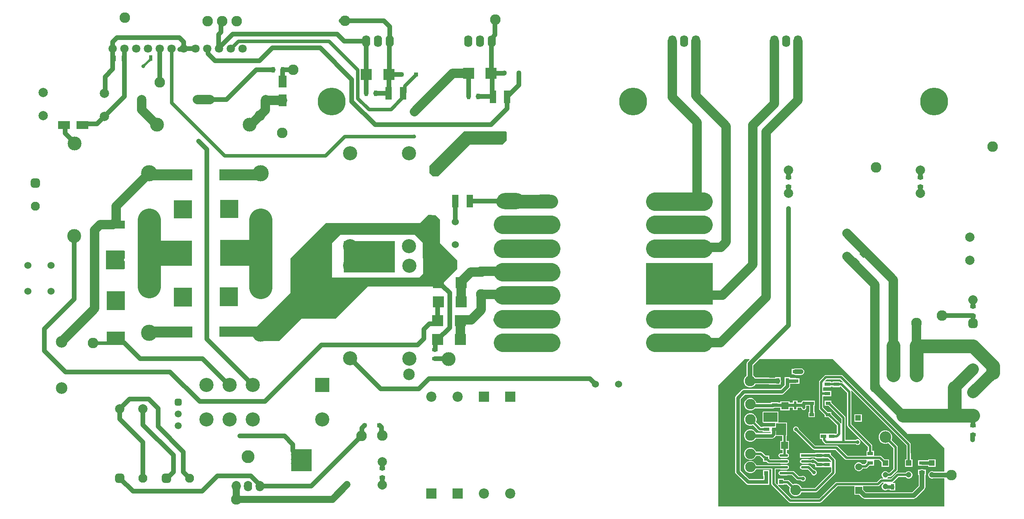
<source format=gbr>
%TF.GenerationSoftware,Altium Limited,Altium Designer,24.3.1 (35)*%
G04 Layer_Physical_Order=2*
G04 Layer_Color=16711680*
%FSLAX43Y43*%
%MOMM*%
%TF.SameCoordinates,76E1361F-AA3B-45A8-A24B-41510BF92E79*%
%TF.FilePolarity,Positive*%
%TF.FileFunction,Copper,L2,Bot,Signal*%
%TF.Part,Single*%
G01*
G75*
%TA.AperFunction,Conductor*%
%ADD15C,4.000*%
%ADD16C,3.000*%
%ADD17C,5.000*%
%ADD18C,0.800*%
%ADD19C,2.000*%
%ADD20C,2.500*%
%ADD21C,1.000*%
%ADD22C,0.500*%
%ADD24C,1.500*%
%TA.AperFunction,NonConductor*%
%ADD25C,4.000*%
%TA.AperFunction,ComponentPad*%
%ADD28C,3.048*%
%ADD29C,2.000*%
%ADD30C,2.500*%
%ADD31R,3.048X3.048*%
%ADD32C,1.524*%
%ADD33C,3.000*%
%ADD34C,2.286*%
%ADD35C,3.500*%
%ADD36O,1.750X2.540*%
%ADD37C,2.200*%
%ADD38R,2.200X2.200*%
%ADD39O,5.000X3.000*%
%ADD40C,6.000*%
%ADD41C,1.950*%
G04:AMPARAMS|DCode=42|XSize=1.95mm|YSize=1.95mm|CornerRadius=0.488mm|HoleSize=0mm|Usage=FLASHONLY|Rotation=0.000|XOffset=0mm|YOffset=0mm|HoleType=Round|Shape=RoundedRectangle|*
%AMROUNDEDRECTD42*
21,1,1.950,0.975,0,0,0.0*
21,1,0.975,1.950,0,0,0.0*
1,1,0.975,0.488,-0.488*
1,1,0.975,-0.488,-0.488*
1,1,0.975,-0.488,0.488*
1,1,0.975,0.488,0.488*
%
%ADD42ROUNDEDRECTD42*%
%ADD43O,6.000X3.500*%
G04:AMPARAMS|DCode=44|XSize=1.95mm|YSize=1.95mm|CornerRadius=0.488mm|HoleSize=0mm|Usage=FLASHONLY|Rotation=90.000|XOffset=0mm|YOffset=0mm|HoleType=Round|Shape=RoundedRectangle|*
%AMROUNDEDRECTD44*
21,1,1.950,0.975,0,0,90.0*
21,1,0.975,1.950,0,0,90.0*
1,1,0.975,0.488,0.488*
1,1,0.975,0.488,-0.488*
1,1,0.975,-0.488,-0.488*
1,1,0.975,-0.488,0.488*
%
%ADD44ROUNDEDRECTD44*%
%ADD45O,1.778X2.286*%
%ADD46C,2.794*%
%ADD47C,1.800*%
%ADD48C,1.500*%
G04:AMPARAMS|DCode=49|XSize=1.5mm|YSize=1.5mm|CornerRadius=0.375mm|HoleSize=0mm|Usage=FLASHONLY|Rotation=90.000|XOffset=0mm|YOffset=0mm|HoleType=Round|Shape=RoundedRectangle|*
%AMROUNDEDRECTD49*
21,1,1.500,0.750,0,0,90.0*
21,1,0.750,1.500,0,0,90.0*
1,1,0.750,0.375,0.375*
1,1,0.750,0.375,-0.375*
1,1,0.750,-0.375,-0.375*
1,1,0.750,-0.375,0.375*
%
%ADD49ROUNDEDRECTD49*%
%ADD50R,1.500X1.500*%
%ADD51R,1.200X1.200*%
%ADD52C,1.200*%
%ADD53C,1.250*%
%ADD54R,1.250X1.250*%
%TA.AperFunction,ViaPad*%
%ADD55C,0.800*%
%TA.AperFunction,SMDPad,CuDef*%
%ADD56R,1.450X1.800*%
%ADD57R,1.250X0.800*%
%ADD58R,0.800X1.250*%
%ADD59R,2.200X2.500*%
G04:AMPARAMS|DCode=60|XSize=0.8mm|YSize=1.25mm|CornerRadius=0mm|HoleSize=0mm|Usage=FLASHONLY|Rotation=225.000|XOffset=0mm|YOffset=0mm|HoleType=Round|Shape=Rectangle|*
%AMROTATEDRECTD60*
4,1,4,-0.159,0.725,0.725,-0.159,0.159,-0.725,-0.725,0.159,-0.159,0.725,0.0*
%
%ADD60ROTATEDRECTD60*%

%ADD61R,1.405X2.806*%
%ADD62R,2.400X2.400*%
%ADD63R,0.900X0.950*%
%ADD64R,2.500X1.700*%
%ADD65R,1.700X2.500*%
%ADD66R,0.950X0.900*%
%ADD67R,0.627X1.659*%
G04:AMPARAMS|DCode=68|XSize=1.659mm|YSize=0.627mm|CornerRadius=0.313mm|HoleSize=0mm|Usage=FLASHONLY|Rotation=270.000|XOffset=0mm|YOffset=0mm|HoleType=Round|Shape=RoundedRectangle|*
%AMROUNDEDRECTD68*
21,1,1.659,0.000,0,0,270.0*
21,1,1.032,0.627,0,0,270.0*
1,1,0.627,0.000,-0.516*
1,1,0.627,0.000,0.516*
1,1,0.627,0.000,0.516*
1,1,0.627,0.000,-0.516*
%
%ADD68ROUNDEDRECTD68*%
%ADD69R,1.556X1.505*%
G04:AMPARAMS|DCode=70|XSize=1.874mm|YSize=0.543mm|CornerRadius=0.272mm|HoleSize=0mm|Usage=FLASHONLY|Rotation=180.000|XOffset=0mm|YOffset=0mm|HoleType=Round|Shape=RoundedRectangle|*
%AMROUNDEDRECTD70*
21,1,1.874,0.000,0,0,180.0*
21,1,1.331,0.543,0,0,180.0*
1,1,0.543,-0.665,0.000*
1,1,0.543,0.665,0.000*
1,1,0.543,0.665,0.000*
1,1,0.543,-0.665,0.000*
%
%ADD70ROUNDEDRECTD70*%
%ADD71R,1.874X0.543*%
%ADD72R,1.000X0.700*%
%ADD73R,1.505X1.556*%
%TA.AperFunction,Conductor*%
%ADD74C,0.700*%
%ADD75R,4.429X4.804*%
%ADD76R,3.900X1.800*%
%ADD77R,3.950X4.175*%
%ADD78R,3.860X4.025*%
%ADD79R,3.950X2.950*%
%ADD80R,14.443X8.950*%
%ADD81R,3.944X4.024*%
%ADD82R,3.881X4.024*%
%ADD83R,11.280X5.551*%
%ADD84R,3.886X3.999*%
%ADD85R,9.657X2.444*%
%ADD86R,9.657X2.251*%
%ADD87R,3.861X3.974*%
%ADD88R,9.657X2.351*%
%ADD89R,11.752X5.501*%
%ADD90R,9.657X2.425*%
%ADD91R,11.125X6.733*%
%ADD92R,3.014X2.025*%
G36*
X107725Y81200D02*
Y79450D01*
X106800Y78525D01*
X99850Y78525D01*
X92975Y71650D01*
X91800D01*
X91050Y72400D01*
Y73975D01*
X98500Y81425D01*
X107500D01*
X107725Y81200D01*
D02*
G37*
G36*
X92400Y63300D02*
X93325Y62375D01*
Y57275D01*
X97050Y53550D01*
Y51675D01*
X96982Y51607D01*
Y51607D01*
X93250Y47875D01*
X77825D01*
X70850Y40900D01*
X63475D01*
X58675Y36100D01*
X54200Y36100D01*
X53211Y37089D01*
X53161Y38551D01*
X53674Y39063D01*
X61125Y46515D01*
Y53925D01*
X68750Y61550D01*
X89050Y61550D01*
X90800Y63325D01*
X92400Y63300D01*
D02*
G37*
G36*
X194225Y16050D02*
X199075D01*
X202125Y13000D01*
Y7894D01*
X199880D01*
X199790Y7945D01*
X199587Y8000D01*
X199376D01*
X199173Y7945D01*
X198990Y7840D01*
X198842Y7691D01*
X198736Y7509D01*
X198682Y7305D01*
Y7095D01*
X198736Y6891D01*
X198842Y6709D01*
X198990Y6560D01*
X199173Y6455D01*
X199376Y6400D01*
X199587D01*
X199790Y6455D01*
X199837Y6481D01*
X202125D01*
Y333D01*
X153400Y333D01*
Y26496D01*
X159095Y32200D01*
X160111D01*
X160159Y32083D01*
X159726Y31649D01*
X159614Y31503D01*
X159543Y31333D01*
X159519Y31150D01*
Y28603D01*
X159425Y28549D01*
X159175Y28299D01*
X158999Y27992D01*
X158907Y27651D01*
Y27297D01*
X158999Y26956D01*
X159175Y26649D01*
X159425Y26399D01*
X159732Y26223D01*
X160073Y26131D01*
X160427D01*
X160768Y26223D01*
X161075Y26399D01*
X161325Y26649D01*
X161408Y26794D01*
X164191D01*
X164254Y26768D01*
X164437Y26744D01*
X165687D01*
Y26675D01*
X166887D01*
Y27190D01*
X166919Y27267D01*
X166943Y27450D01*
X166919Y27633D01*
X166887Y27710D01*
Y28325D01*
X165687D01*
Y28156D01*
X164557D01*
X164494Y28182D01*
X164312Y28206D01*
X161378D01*
X161325Y28299D01*
X161075Y28549D01*
X160931Y28632D01*
Y30858D01*
X162273Y32200D01*
X178075Y32200D01*
X194225Y16050D01*
D02*
G37*
%LPC*%
G36*
X87925Y59075D02*
X71850D01*
X70050Y57275D01*
X70050Y49800D01*
X88900D01*
X89690Y50590D01*
X89672Y57328D01*
X87925Y59075D01*
D02*
G37*
G36*
X171216Y30181D02*
X170062D01*
X169879Y30157D01*
X169709Y30086D01*
X169693Y30074D01*
X169236D01*
Y28874D01*
X169694D01*
X169709Y28863D01*
X169879Y28793D01*
X170062Y28769D01*
X171216D01*
X171399Y28793D01*
X171569Y28863D01*
X171715Y28975D01*
X171827Y29122D01*
X171898Y29292D01*
X171922Y29475D01*
X171898Y29657D01*
X171827Y29828D01*
X171715Y29974D01*
X171569Y30086D01*
X171399Y30157D01*
X171216Y30181D01*
D02*
G37*
G36*
X168887Y28325D02*
X167687D01*
Y27559D01*
X167675Y27500D01*
Y26590D01*
X166846Y25761D01*
X158924D01*
X158690Y25714D01*
X158492Y25582D01*
X157192Y24283D01*
X157060Y24084D01*
X157013Y23850D01*
Y7850D01*
X157060Y7616D01*
X157192Y7417D01*
X159367Y5242D01*
X159566Y5110D01*
X159800Y5063D01*
X163101D01*
Y5046D01*
X164401D01*
Y6396D01*
X164361D01*
Y6915D01*
X164422D01*
Y8215D01*
X163072D01*
Y6915D01*
X163138D01*
Y6396D01*
X163101D01*
Y6287D01*
X160053D01*
X158237Y8103D01*
Y23597D01*
X159178Y24537D01*
X167099D01*
X167333Y24584D01*
X167532Y24717D01*
X168719Y25904D01*
X168852Y26103D01*
X168899Y26337D01*
Y26888D01*
X169236D01*
Y26874D01*
X170886D01*
Y28074D01*
X170250D01*
X170061Y28112D01*
X168887D01*
Y28325D01*
D02*
G37*
G36*
X160484Y23794D02*
X160131D01*
X159789Y23702D01*
X159483Y23525D01*
X159233Y23275D01*
X159056Y22969D01*
X158964Y22627D01*
Y22274D01*
X159056Y21932D01*
X159233Y21626D01*
X159483Y21376D01*
X159789Y21199D01*
X160131Y21108D01*
X160484D01*
X160826Y21199D01*
X161132Y21376D01*
X161335Y21579D01*
X165190D01*
X165405Y21622D01*
X165486Y21676D01*
X166376D01*
Y21691D01*
X166804D01*
Y21149D01*
X168761D01*
Y21691D01*
X169509D01*
Y21198D01*
X170536D01*
Y21691D01*
X171333D01*
X171369Y21511D01*
X171482Y21341D01*
X171652Y21228D01*
X171852Y21188D01*
X172053Y21228D01*
X172223Y21341D01*
X172336Y21511D01*
X172376Y21711D01*
Y22040D01*
X172391Y22115D01*
X173001D01*
Y20776D01*
X172862D01*
Y19676D01*
X173508D01*
X173562Y19665D01*
X173616Y19676D01*
X174262D01*
Y20776D01*
X174123D01*
Y22126D01*
X174262D01*
Y23226D01*
X173616D01*
X173562Y23236D01*
X172005D01*
X171852Y23267D01*
X171652Y23227D01*
X171482Y23113D01*
X171369Y22944D01*
X171358Y22889D01*
X171334Y22854D01*
X171326Y22812D01*
X170536D01*
Y23257D01*
X169509D01*
Y22812D01*
X168761D01*
Y23054D01*
X166804D01*
Y22812D01*
X166376D01*
Y22876D01*
X164726D01*
Y22701D01*
X161631D01*
X161559Y22969D01*
X161382Y23275D01*
X161132Y23525D01*
X160826Y23702D01*
X160484Y23794D01*
D02*
G37*
G36*
X184400Y20300D02*
X182750D01*
Y18650D01*
X184400D01*
Y20300D01*
D02*
G37*
G36*
X166176Y20880D02*
X163163D01*
X163085Y20864D01*
X163018Y20820D01*
X162974Y20754D01*
X162959Y20676D01*
Y18651D01*
X162963Y18631D01*
Y18451D01*
X163143D01*
X163163Y18447D01*
X165637D01*
Y17774D01*
X165551Y17662D01*
X165326D01*
X165267Y17651D01*
X164740D01*
X164726Y17651D01*
X164613Y17651D01*
X164599Y17651D01*
X162963D01*
Y17550D01*
X162582D01*
X161528Y18604D01*
X161559Y18657D01*
X161650Y18999D01*
Y19353D01*
X161559Y19694D01*
X161382Y20000D01*
X161132Y20250D01*
X160826Y20427D01*
X160484Y20519D01*
X160131D01*
X159789Y20427D01*
X159483Y20250D01*
X159233Y20000D01*
X159056Y19694D01*
X158964Y19353D01*
Y18999D01*
X159056Y18657D01*
X159233Y18351D01*
X159483Y18101D01*
X159789Y17924D01*
X160131Y17833D01*
X160484D01*
X160826Y17924D01*
X160879Y17955D01*
X162068Y16767D01*
X162217Y16667D01*
X162392Y16632D01*
X162963D01*
Y16451D01*
X164588D01*
X164613Y16451D01*
X164715Y16390D01*
Y16262D01*
X161527D01*
X161382Y16513D01*
X161132Y16763D01*
X160826Y16940D01*
X160484Y17031D01*
X160131D01*
X159789Y16940D01*
X159483Y16763D01*
X159233Y16513D01*
X159056Y16207D01*
X158964Y15865D01*
Y15512D01*
X159056Y15170D01*
X159233Y14864D01*
X159483Y14614D01*
X159789Y14437D01*
X160131Y14345D01*
X160484D01*
X160826Y14437D01*
X161132Y14614D01*
X161382Y14864D01*
X161483Y15039D01*
X164976D01*
X165211Y15085D01*
X165409Y15218D01*
X165759Y15568D01*
X165781Y15601D01*
X167229D01*
Y14554D01*
X166759D01*
Y12598D01*
X167253D01*
Y11862D01*
X166856D01*
X166672Y11825D01*
X166516Y11721D01*
X166412Y11565D01*
X166375Y11381D01*
X166412Y11197D01*
X166516Y11041D01*
X166672Y10936D01*
X166856Y10900D01*
X168187D01*
X168371Y10936D01*
X168527Y11041D01*
X168631Y11197D01*
X168668Y11381D01*
X168631Y11565D01*
X168527Y11721D01*
X168371Y11825D01*
X168187Y11862D01*
X168170D01*
Y12598D01*
X168664D01*
Y14554D01*
X168146D01*
Y15601D01*
X168237D01*
Y18501D01*
X166376D01*
Y18632D01*
X166380Y18651D01*
Y20676D01*
X166376Y20695D01*
Y20876D01*
X166196D01*
X166176Y20880D01*
D02*
G37*
G36*
X160484Y13092D02*
X160131D01*
X159789Y13001D01*
X159483Y12824D01*
X159233Y12574D01*
X159056Y12268D01*
X158964Y11926D01*
Y11572D01*
X159056Y11231D01*
X159233Y10925D01*
X159483Y10674D01*
X159789Y10498D01*
X160131Y10406D01*
X160484D01*
X160826Y10498D01*
X161132Y10674D01*
X161382Y10925D01*
X161559Y11231D01*
X161575Y11290D01*
X162386D01*
X163072Y10604D01*
Y10065D01*
X163773D01*
X164052Y9786D01*
X164201Y9687D01*
X164377Y9652D01*
X166745D01*
X166856Y9630D01*
X168187D01*
X168371Y9666D01*
X168527Y9771D01*
X168631Y9927D01*
X168668Y10111D01*
X168631Y10295D01*
X168527Y10451D01*
X168371Y10555D01*
X168187Y10592D01*
X166856D01*
X166745Y10569D01*
X164567D01*
X164422Y10714D01*
Y11365D01*
X163609D01*
X162900Y12074D01*
X162751Y12173D01*
X162576Y12208D01*
X161575D01*
X161559Y12268D01*
X161382Y12574D01*
X161132Y12824D01*
X160826Y13001D01*
X160484Y13092D01*
D02*
G37*
G36*
X200282Y10540D02*
X198682D01*
Y10362D01*
X197350D01*
X197291Y10350D01*
X196525D01*
Y9150D01*
X197291D01*
X197350Y9138D01*
X198682D01*
Y8940D01*
X200282D01*
Y10540D01*
D02*
G37*
G36*
X179900Y28759D02*
X176625D01*
X176450Y28724D01*
X176301Y28625D01*
X175244Y27568D01*
X175145Y27419D01*
X175110Y27243D01*
Y24739D01*
Y21569D01*
X175145Y21394D01*
X175244Y21245D01*
X176362Y20127D01*
Y19676D01*
X177118D01*
X177162Y19667D01*
X177192D01*
X178974Y17886D01*
Y16216D01*
X178784Y16026D01*
X178657Y16079D01*
Y16127D01*
X177056D01*
X177007Y16127D01*
X176881Y16126D01*
X175280D01*
Y14926D01*
X175776D01*
Y14744D01*
X175811Y14569D01*
X175910Y14420D01*
X176379Y13951D01*
X176528Y13852D01*
X176703Y13817D01*
X183110D01*
X183135Y13791D01*
X183356Y13700D01*
X183594D01*
X183815Y13791D01*
X183984Y13960D01*
X184075Y14181D01*
Y14419D01*
X183984Y14640D01*
X183815Y14809D01*
X183594Y14900D01*
X183356D01*
X183135Y14809D01*
X183061Y14734D01*
X180866D01*
Y15501D01*
Y19528D01*
X180831Y19704D01*
X180732Y19853D01*
X179035Y21550D01*
X177762Y22823D01*
Y23226D01*
X176362D01*
Y22126D01*
X177118D01*
X177162Y22117D01*
X177170D01*
X178386Y20901D01*
X179949Y19338D01*
Y18342D01*
X179822Y18303D01*
X179757Y18400D01*
X177762Y20395D01*
Y20776D01*
X177011D01*
X176027Y21759D01*
Y24047D01*
X176087Y24149D01*
X177737D01*
Y25349D01*
X176087D01*
X176027Y25451D01*
Y26047D01*
X176087Y26149D01*
X177737D01*
Y26290D01*
X178019D01*
Y26149D01*
X179669D01*
Y26290D01*
X179811D01*
X181191Y24910D01*
Y17925D01*
X181226Y17749D01*
X181326Y17601D01*
X185691Y13235D01*
Y12400D01*
X185375D01*
Y11334D01*
X181240D01*
X179199Y13374D01*
X179051Y13474D01*
X178875Y13509D01*
X174290D01*
X170725Y17074D01*
Y17144D01*
X170634Y17365D01*
X170465Y17534D01*
X170244Y17625D01*
X170006D01*
X169785Y17534D01*
X169616Y17365D01*
X169525Y17144D01*
Y16906D01*
X169616Y16685D01*
X169785Y16516D01*
X170006Y16425D01*
X170076D01*
X173776Y12726D01*
X173924Y12626D01*
X174100Y12591D01*
X178685D01*
X180726Y10551D01*
X180874Y10451D01*
X181050Y10416D01*
X185255D01*
X185375Y10400D01*
X185375Y10289D01*
Y9849D01*
X185010Y9484D01*
X184498D01*
X184460Y9548D01*
X184283Y9725D01*
X184067Y9850D01*
X183825Y9915D01*
X183575D01*
X183333Y9850D01*
X183117Y9725D01*
X182940Y9548D01*
X182815Y9332D01*
X182750Y9090D01*
Y8840D01*
X182815Y8598D01*
X182940Y8382D01*
X183117Y8205D01*
X183333Y8080D01*
X183575Y8015D01*
X183825D01*
X184067Y8080D01*
X184283Y8205D01*
X184460Y8382D01*
X184567Y8566D01*
X185200D01*
X185376Y8601D01*
X185524Y8700D01*
X186024Y9200D01*
X187025D01*
X187025Y10400D01*
X187145Y10416D01*
X188102D01*
X188627Y9891D01*
Y8940D01*
X190227D01*
Y10540D01*
X189276D01*
X188616Y11199D01*
X188467Y11299D01*
X188292Y11334D01*
X187025D01*
Y12400D01*
X186609D01*
Y13425D01*
X186574Y13601D01*
X186474Y13749D01*
X182109Y18115D01*
Y25100D01*
X182074Y25276D01*
X182029Y25342D01*
X182128Y25423D01*
X193995Y13556D01*
Y11900D01*
X194008Y11837D01*
Y10540D01*
X193667D01*
Y8940D01*
X195267D01*
Y10540D01*
X194926D01*
Y11887D01*
X194913Y11950D01*
Y13746D01*
X194878Y13921D01*
X194779Y14070D01*
X180224Y28625D01*
X180075Y28724D01*
X179900Y28759D01*
D02*
G37*
G36*
X189630Y16800D02*
X189248D01*
X188879Y16701D01*
X188549Y16510D01*
X188279Y16240D01*
X188088Y15910D01*
X187989Y15541D01*
Y15159D01*
X188088Y14790D01*
X188279Y14460D01*
X188549Y14190D01*
X188879Y13999D01*
X189248Y13900D01*
X189630D01*
X189999Y13999D01*
X190089Y14051D01*
X191191Y12949D01*
Y8529D01*
X190321Y7659D01*
X190086D01*
X190067Y7691D01*
X189918Y7840D01*
X189735Y7945D01*
X189532Y8000D01*
X189321D01*
X189118Y7945D01*
X188935Y7840D01*
X188787Y7691D01*
X188681Y7509D01*
X188627Y7305D01*
Y7095D01*
X188681Y6891D01*
X188787Y6709D01*
X188935Y6560D01*
X188966Y6542D01*
X188932Y6415D01*
X188581D01*
X188406Y6380D01*
X188257Y6281D01*
X187635Y5659D01*
X178925D01*
X178749Y5624D01*
X178601Y5524D01*
X175160Y2084D01*
X169111D01*
X166276Y4919D01*
X166329Y5046D01*
X166340Y5046D01*
X166340Y5046D01*
X166346Y5046D01*
X167551D01*
Y5151D01*
X168171D01*
X168855Y4467D01*
X168842Y4444D01*
X168750Y4102D01*
Y3749D01*
X168842Y3407D01*
X169019Y3101D01*
X169269Y2851D01*
X169575Y2674D01*
X169917Y2583D01*
X170270D01*
X170612Y2674D01*
X170918Y2851D01*
X171168Y3101D01*
X171345Y3407D01*
X171351Y3429D01*
X174432D01*
X174607Y3464D01*
X174756Y3563D01*
X178543Y7350D01*
X178642Y7499D01*
X178677Y7674D01*
Y10340D01*
X178642Y10515D01*
X178543Y10664D01*
X177684Y11523D01*
Y12008D01*
X176034D01*
Y12008D01*
X175935D01*
Y12008D01*
X174285D01*
Y11853D01*
X172167D01*
X172164Y11852D01*
X171016D01*
Y10909D01*
X173291D01*
Y10935D01*
X174285D01*
Y10808D01*
X175935D01*
Y10808D01*
X176034D01*
Y10808D01*
X176965D01*
X177009Y10799D01*
X177110D01*
X177760Y10150D01*
Y10104D01*
X177684Y10008D01*
X177633Y10008D01*
X176034D01*
Y10008D01*
X175935D01*
Y10008D01*
X174933D01*
X174573Y10368D01*
X174425Y10467D01*
X174249Y10502D01*
X174205D01*
X174097Y10609D01*
X173877Y10701D01*
X173638D01*
X173418Y10609D01*
X173373Y10564D01*
X172955D01*
X172819Y10592D01*
X171488D01*
X171304Y10555D01*
X171148Y10451D01*
X171044Y10295D01*
X171007Y10111D01*
X171044Y9927D01*
X171148Y9771D01*
X171304Y9666D01*
X171488Y9630D01*
X172819D01*
X172905Y9647D01*
X173363D01*
X173418Y9592D01*
X173638Y9501D01*
X173877D01*
X174065Y9579D01*
X174285Y9359D01*
Y8808D01*
X175935D01*
Y8808D01*
X176034D01*
Y8808D01*
X177633D01*
X177684Y8808D01*
X177760Y8712D01*
Y7864D01*
X174242Y4346D01*
X171371D01*
X171345Y4444D01*
X171168Y4750D01*
X170918Y5000D01*
X170612Y5177D01*
X170270Y5269D01*
X169917D01*
X169575Y5177D01*
X169491Y5129D01*
X168685Y5935D01*
X168537Y6034D01*
X168361Y6069D01*
X167551D01*
Y6396D01*
X166251D01*
X166251Y5141D01*
Y5135D01*
D01*
X166251Y5123D01*
X166230Y5115D01*
X166124Y5071D01*
X165761Y5434D01*
Y8382D01*
X166745D01*
X166856Y8360D01*
X168187D01*
X168371Y8396D01*
X168527Y8501D01*
X168631Y8657D01*
X168668Y8841D01*
X168631Y9025D01*
X168527Y9181D01*
X168371Y9285D01*
X168187Y9322D01*
X166856D01*
X166745Y9300D01*
X161586D01*
X161559Y9402D01*
X161382Y9708D01*
X161132Y9958D01*
X160826Y10135D01*
X160484Y10227D01*
X160131D01*
X159789Y10135D01*
X159483Y9958D01*
X159233Y9708D01*
X159056Y9402D01*
X158964Y9060D01*
Y8707D01*
X159056Y8365D01*
X159233Y8059D01*
X159483Y7809D01*
X159789Y7632D01*
X160131Y7541D01*
X160484D01*
X160826Y7632D01*
X161132Y7809D01*
X161382Y8059D01*
X161559Y8365D01*
X161563Y8382D01*
X164843D01*
Y5244D01*
X164878Y5069D01*
X164978Y4920D01*
X168597Y1301D01*
X168746Y1201D01*
X168921Y1166D01*
X175350D01*
X175526Y1201D01*
X175674Y1301D01*
X179115Y4741D01*
X182750D01*
Y2935D01*
X183742D01*
X184451Y2226D01*
X184597Y2114D01*
X184767Y2043D01*
X184950Y2019D01*
X195525D01*
X195708Y2043D01*
X195878Y2114D01*
X196024Y2226D01*
X197849Y4051D01*
X197962Y4197D01*
X198032Y4367D01*
X198056Y4550D01*
Y7150D01*
X198175D01*
Y8350D01*
X197718D01*
X197703Y8361D01*
X197533Y8432D01*
X197350Y8456D01*
X197167Y8432D01*
X196997Y8361D01*
X196982Y8350D01*
X196525D01*
Y7150D01*
X196644D01*
Y4843D01*
X195233Y3431D01*
X185242D01*
X184650Y4023D01*
Y4741D01*
X187825D01*
X188001Y4776D01*
X188149Y4876D01*
X188771Y5497D01*
X189023D01*
X189057Y5370D01*
X188935Y5300D01*
X188787Y5151D01*
X188681Y4969D01*
X188627Y4765D01*
Y4555D01*
X188681Y4351D01*
X188787Y4169D01*
X188935Y4020D01*
X189118Y3915D01*
X189321Y3860D01*
X189532D01*
X189735Y3915D01*
X189918Y4020D01*
X189934Y4036D01*
X190392D01*
Y3810D01*
X191592D01*
Y4576D01*
X191603Y4635D01*
Y4648D01*
X191592Y4707D01*
Y5460D01*
X191102D01*
X191064Y5587D01*
X191131Y5632D01*
X192240Y6741D01*
X193808D01*
X193827Y6709D01*
X193975Y6560D01*
X194158Y6455D01*
X194361Y6400D01*
X194572D01*
X194775Y6455D01*
X194958Y6560D01*
X195107Y6709D01*
X195212Y6891D01*
X195267Y7095D01*
Y7305D01*
X195212Y7509D01*
X195107Y7691D01*
X194958Y7840D01*
X194775Y7945D01*
X194572Y8000D01*
X194361D01*
X194158Y7945D01*
X193975Y7840D01*
X193827Y7691D01*
X193808Y7659D01*
X192050D01*
X191874Y7624D01*
X191726Y7524D01*
X190616Y6415D01*
X189921D01*
X189887Y6542D01*
X189918Y6560D01*
X190067Y6709D01*
X190086Y6741D01*
X190511D01*
X190686Y6776D01*
X190835Y6876D01*
X191974Y8015D01*
X192074Y8164D01*
X192109Y8339D01*
Y13139D01*
X192074Y13315D01*
X191974Y13464D01*
X190738Y14700D01*
X190790Y14790D01*
X190889Y15159D01*
Y15541D01*
X190790Y15910D01*
X190599Y16240D01*
X190329Y16510D01*
X189999Y16701D01*
X189630Y16800D01*
D02*
G37*
G36*
X172819Y9322D02*
X171488D01*
X171304Y9285D01*
X171148Y9181D01*
X171044Y9025D01*
X171007Y8841D01*
X171044Y8657D01*
X171148Y8501D01*
X171304Y8396D01*
X171488Y8360D01*
X172691D01*
X173437Y7614D01*
Y7581D01*
X173529Y7360D01*
X173698Y7191D01*
X173918Y7100D01*
X174157D01*
X174377Y7191D01*
X174546Y7360D01*
X174637Y7581D01*
Y7819D01*
X174546Y8040D01*
X174377Y8209D01*
X174157Y8300D01*
X174049D01*
X173192Y9157D01*
X173161Y9177D01*
X173159Y9181D01*
X173003Y9285D01*
X172819Y9322D01*
D02*
G37*
G36*
X168187Y8052D02*
X166856D01*
X166672Y8015D01*
X166516Y7911D01*
X166412Y7755D01*
X166375Y7571D01*
X166412Y7387D01*
X166516Y7231D01*
X166672Y7126D01*
X166856Y7090D01*
X168187D01*
X168298Y7112D01*
X169279D01*
X170246Y6146D01*
X170395Y6046D01*
X170570Y6011D01*
X171204D01*
X171311Y5904D01*
X171532Y5813D01*
X171771D01*
X171991Y5904D01*
X172160Y6073D01*
X172251Y6293D01*
Y6532D01*
X172160Y6752D01*
X171991Y6921D01*
X171771Y7013D01*
X171532D01*
X171330Y6929D01*
X170760D01*
X169794Y7895D01*
X169645Y7995D01*
X169469Y8030D01*
X168298D01*
X168187Y8052D01*
D02*
G37*
%LPD*%
G36*
X180324Y27227D02*
X180243Y27129D01*
X180176Y27173D01*
X180001Y27208D01*
X179669D01*
Y27349D01*
X178019D01*
Y27208D01*
X177737D01*
Y27349D01*
X176489D01*
X176440Y27466D01*
X176815Y27841D01*
X179710D01*
X180324Y27227D01*
D02*
G37*
D15*
X148834Y40838D02*
X150197D01*
X141214D02*
X148834D01*
X139800D02*
X141214D01*
X108575Y56078D02*
X115941D01*
X106907D02*
X108575D01*
X108448Y40838D02*
X108575D01*
X115941D01*
X106907Y35758D02*
X108575D01*
X115941D01*
X139800Y66238D02*
X141214D01*
X148834D01*
X150197D01*
X150084Y61244D02*
X150197D01*
X148834D02*
X150084D01*
X141214D02*
X148834D01*
X139800D02*
X141214D01*
X148834Y35758D02*
X150197D01*
X141214D02*
X148834D01*
X139800D02*
X141214D01*
X148834Y56078D02*
X150197D01*
X141214D02*
X148834D01*
X139800D02*
X141214D01*
X115941Y35758D02*
X117304D01*
X107874Y40838D02*
X108448D01*
X107198D02*
X107874D01*
X115941D02*
X117304D01*
X106907D02*
X107198D01*
X106907Y46004D02*
X108575D01*
X115941D01*
X108575Y50998D02*
X115941D01*
X106907D02*
X108575D01*
X115941Y56078D02*
X117304D01*
X115941Y50998D02*
X117304D01*
X115941Y46004D02*
X117304D01*
D16*
X193300Y20000D02*
X204375D01*
X208350D01*
X204375D02*
Y26000D01*
X208350Y34975D02*
X212625Y30700D01*
Y29275D02*
Y30700D01*
X141214Y46004D02*
X148834D01*
X191150Y28698D02*
Y35048D01*
X196186Y35011D02*
X208314D01*
X108448Y66238D02*
X108575D01*
X115941D01*
X117304D01*
X106907D02*
X108448D01*
X196150Y28698D02*
Y35048D01*
D17*
X54700Y47725D02*
X54700Y47725D01*
X54700Y47725D02*
Y62300D01*
X30650Y47850D02*
Y62300D01*
D18*
X75575Y88550D02*
X78000Y86125D01*
X75575Y88550D02*
Y94675D01*
X69400Y100850D02*
X75575Y94675D01*
X78000Y86125D02*
X82750D01*
X49826Y100850D02*
X69400D01*
X48251Y99275D02*
X49826Y100850D01*
X158924Y25149D02*
X167099D01*
X168287Y26337D01*
Y27500D01*
X157625Y7850D02*
Y23850D01*
X158924Y25149D01*
X159800Y5675D02*
X163705D01*
X157625Y7850D02*
X159800Y5675D01*
X168287Y27500D02*
X170061D01*
X163749Y5748D02*
Y7563D01*
X163747Y7565D02*
X163749Y7563D01*
X23500Y35650D02*
X23525Y35675D01*
X18550Y35650D02*
X23500D01*
X165326Y16001D02*
Y17051D01*
X164976Y15651D02*
X165326Y16001D01*
Y17051D02*
X165551D01*
X160370Y15651D02*
X164976D01*
X192992Y4648D02*
X194454D01*
X192992Y4635D02*
Y4648D01*
X194454D02*
X194467Y4660D01*
X189439Y4648D02*
X190992D01*
Y4635D02*
Y4648D01*
X189427Y4660D02*
X189439Y4648D01*
X72775Y80325D02*
X87800D01*
X68625Y76175D02*
X72775Y80325D01*
X197350Y9750D02*
X199472D01*
X199482Y9740D01*
X46850Y76175D02*
X68625D01*
X35461Y87564D02*
X46850Y76175D01*
X35461Y87564D02*
Y99275D01*
X82750Y86125D02*
X85098Y88473D01*
Y89273D02*
X85703Y89877D01*
X85098Y88473D02*
Y89273D01*
X88175Y93626D02*
Y93651D01*
X85703Y91180D02*
X88100Y93576D01*
X85703Y89877D02*
Y91180D01*
X88125Y93576D02*
X88175Y93626D01*
X88100Y93576D02*
X88125D01*
D19*
X87850Y85650D02*
X96097Y93897D01*
X99491D01*
X148834Y46004D02*
X154304D01*
X160875Y52575D02*
Y82750D01*
X154304Y46004D02*
X160875Y52575D01*
X80925Y5050D02*
X80925Y5050D01*
X20022Y61275D02*
X22800D01*
X148540Y89085D02*
Y100900D01*
X155125Y57537D02*
Y82500D01*
X148540Y89085D02*
X155125Y82500D01*
X160875Y82750D02*
X165460Y87335D01*
X163750Y45550D02*
Y81325D01*
X170540Y88115D01*
X153925Y35725D02*
X163750Y45550D01*
X143460Y88740D02*
X148834Y83366D01*
Y66238D02*
Y83366D01*
X143460Y88740D02*
Y100900D01*
X165460Y87335D02*
Y100900D01*
X170540Y88115D02*
Y100900D01*
X153953Y56365D02*
X155125Y57537D01*
X149121Y56365D02*
X153953D01*
X18850Y60103D02*
X20022Y61275D01*
X11725Y35975D02*
X18850Y43100D01*
Y60103D01*
X22800Y61275D02*
X23550Y62025D01*
Y65200D02*
X30650Y72300D01*
X23550Y62025D02*
Y65200D01*
X187200Y26100D02*
X193300Y20000D01*
X197025Y68000D02*
X197025Y68000D01*
X197025Y73000D02*
X197025Y73000D01*
X181125Y54350D02*
X187200Y48275D01*
X196150Y35048D02*
Y40000D01*
X168550Y73000D02*
X168550Y73000D01*
X187200Y26100D02*
Y48275D01*
X191150Y35048D02*
Y49325D01*
X181125Y59350D02*
X191150Y49325D01*
X208350Y44950D02*
X208350Y44950D01*
X208350Y39950D02*
X208350Y39950D01*
X49443Y4758D02*
X49460Y4775D01*
X49425Y1925D02*
X49443Y1942D01*
X148867Y35725D02*
X153925D01*
X105928Y40678D02*
X106911D01*
X107198Y40965D01*
Y40838D02*
X107325Y40965D01*
X108575D01*
Y35758D02*
Y35885D01*
X108537Y24108D02*
X108550Y24120D01*
X102850Y24095D02*
X102863Y24108D01*
X97861Y40586D02*
X97975Y40700D01*
X100125D02*
X102275Y42850D01*
X97975Y40700D02*
X100125D01*
X102275Y42850D02*
Y46175D01*
X97775Y36419D02*
Y40500D01*
X95191Y32250D02*
X95207Y32234D01*
X29041Y86034D02*
Y88250D01*
Y86034D02*
X32200Y82875D01*
X98181Y49181D02*
X99981Y50981D01*
X98181Y48925D02*
Y49181D01*
X99981Y50981D02*
X102004D01*
X97981Y48725D02*
X98181Y48925D01*
X97981Y48270D02*
X98136Y48425D01*
X102004Y50981D02*
X102093Y51070D01*
X97936Y48270D02*
X97981D01*
X98136Y48425D02*
Y48470D01*
X102093Y51070D02*
X102132Y51032D01*
X97900Y44575D02*
Y48189D01*
X55791Y88250D02*
X55915Y88126D01*
X59391D01*
X54517Y84801D02*
X55716Y86000D01*
X102282Y46168D02*
X108878D01*
X102241Y51140D02*
X108868D01*
X102225Y51125D02*
X102241Y51140D01*
X108868D02*
X108884Y51156D01*
X41041Y88250D02*
X43791D01*
X55716Y86000D02*
Y88025D01*
X52291Y82575D02*
X54517Y84801D01*
D20*
X204375Y26000D02*
X208350Y29975D01*
Y25000D02*
X212625Y29275D01*
D21*
X74350Y87875D02*
Y92550D01*
X79375Y82850D02*
X104400D01*
X74350Y87875D02*
X79375Y82850D01*
X67500Y99400D02*
X74350Y92550D01*
X92218Y39824D02*
X92894Y40500D01*
X89875Y38650D02*
X91049Y39824D01*
X89875Y36600D02*
Y38650D01*
X91049Y39824D02*
X92218D01*
X50175Y15600D02*
X59800D01*
X61625Y12375D02*
Y13775D01*
X59800Y15600D02*
X61625Y13775D01*
X43324Y98151D02*
Y99122D01*
X44875Y96600D02*
X54437D01*
X43171Y99275D02*
X43324Y99122D01*
Y98151D02*
X44875Y96600D01*
X54437D02*
X57237Y99400D01*
X67500D01*
X104400Y82850D02*
X107876Y86326D01*
Y88875D01*
X110400Y91399D01*
X71204Y102421D02*
X72725Y100900D01*
X45711Y99461D02*
X48671Y102421D01*
X71204D01*
X12510Y80990D02*
X14650Y78850D01*
X201625Y41575D02*
X208300D01*
X201575Y41625D02*
X201625Y41575D01*
X88775Y25800D02*
X90975Y28000D01*
X125700D01*
X126900Y26800D01*
X21125Y89414D02*
Y93200D01*
X22761Y94836D02*
Y99275D01*
X43791Y88250D02*
X47307D01*
X53757Y94700D01*
X57375D01*
X45625Y102275D02*
X46150Y102800D01*
Y105003D02*
X46347Y105200D01*
X45625Y99361D02*
Y102275D01*
X46150Y102800D02*
Y105003D01*
X80925Y5050D02*
Y6600D01*
X80925Y8600D02*
Y10050D01*
X80925Y10050D02*
X80925Y10050D01*
Y8600D02*
X80925Y8600D01*
X26355Y23555D02*
X30560D01*
X32550Y17625D02*
Y21565D01*
X30560Y23555D02*
X32550Y21565D01*
Y17625D02*
X38007Y12168D01*
X24255Y36395D02*
Y36700D01*
X24925Y35725D02*
X25230D01*
X23450Y36700D02*
X24255D01*
X28639Y32316D02*
X42109D01*
X24255Y36395D02*
X24925Y35725D01*
X25230D02*
X28639Y32316D01*
X42109D02*
X47775Y26650D01*
X14450Y45175D02*
Y58825D01*
X8000Y38725D02*
X14450Y45175D01*
X8000Y34000D02*
Y38725D01*
X76494Y17294D02*
X77125Y17925D01*
X76494Y15694D02*
Y17294D01*
X160276Y27500D02*
X164312D01*
X160225Y27474D02*
Y31150D01*
X170062Y29475D02*
X171216D01*
X163250Y29450D02*
X164437D01*
X164437Y27450D02*
X166237D01*
X160225Y31150D02*
X168550Y39475D01*
Y64725D01*
X80600Y25800D02*
X88775D01*
X74000Y32400D02*
X80600Y25800D01*
X8000Y34000D02*
X12550Y29450D01*
X35150D01*
X12275Y82754D02*
X12510Y82518D01*
Y80990D02*
Y82518D01*
X184040Y3635D02*
X184950Y2725D01*
X195525D02*
X197350Y4550D01*
X184950Y2725D02*
X195525D01*
X203705Y7188D02*
X203837D01*
X199494D02*
X203705D01*
X197025Y68000D02*
Y69425D01*
Y71425D02*
Y73000D01*
X183790Y3795D02*
X183950Y3635D01*
X184040D01*
X197350Y4550D02*
Y7750D01*
X208300Y41575D02*
X208350Y41525D01*
X168550Y68000D02*
Y69425D01*
X168550Y69425D01*
X168550Y68000D02*
X168550Y68000D01*
X168550Y71425D02*
Y73000D01*
X208275Y14775D02*
Y15786D01*
X208314Y15825D01*
X208350Y17861D02*
Y20000D01*
X208350Y43525D02*
Y44950D01*
Y39950D02*
Y41525D01*
X89683Y60183D02*
X91825Y62325D01*
X89675Y60183D02*
X89683D01*
X35150Y29450D02*
X41550Y23050D01*
X55625D01*
X41300Y79275D02*
X43075Y77500D01*
Y36550D02*
Y77500D01*
Y36550D02*
X52975Y26650D01*
X55625Y23050D02*
X67825Y35250D01*
X88525D01*
X65575Y4775D02*
X76671Y15871D01*
X80776Y15874D02*
X80925Y15725D01*
X80776Y15874D02*
Y17499D01*
X80350Y17925D02*
X80776Y17499D01*
X42075Y3675D02*
X45375Y6975D01*
X24300Y6500D02*
X27125Y3675D01*
X42075D01*
X54273Y5042D02*
X54540Y4775D01*
X45375Y6975D02*
X52568D01*
X54273Y5042D02*
Y5270D01*
X52568Y6975D02*
X54273Y5270D01*
X54540Y4775D02*
X65575D01*
X24275Y19250D02*
X29300Y14225D01*
Y6500D02*
Y14225D01*
X24275Y19250D02*
Y21475D01*
X26355Y23555D01*
X34825Y6975D02*
X35002D01*
X35850Y7823D02*
Y8800D01*
X34350Y6500D02*
X34825Y6975D01*
X35002D02*
X35850Y7823D01*
Y9000D02*
Y11425D01*
X29275Y18000D02*
X35850Y11425D01*
X38007Y9025D02*
Y12168D01*
Y7843D02*
X39350Y6500D01*
X38007Y7843D02*
Y8775D01*
X29275Y18000D02*
Y21475D01*
X32898Y91973D02*
Y99252D01*
X81255Y105300D02*
X82540Y104015D01*
X72025Y105300D02*
X81255D01*
X82540Y100900D02*
Y104015D01*
X104540Y100900D02*
Y101498D01*
X105250Y102208D02*
Y105450D01*
X104540Y101498D02*
X105250Y102208D01*
X96700Y61850D02*
Y66365D01*
X96699Y66365D02*
X96700Y66365D01*
Y61850D02*
X96700Y61850D01*
X99801Y66365D02*
X108575D01*
X104470Y93995D02*
Y100830D01*
X104400Y93925D02*
X104470Y93995D01*
Y100830D02*
X104540Y100900D01*
X45625Y99361D02*
X45711Y99275D01*
Y99461D01*
X37274Y99122D02*
X37938D01*
X38091Y99275D01*
X37261Y99109D02*
X37274Y99122D01*
X110400Y91399D02*
Y94000D01*
X99547Y88953D02*
Y93897D01*
Y88953D02*
X99575Y88925D01*
X99519Y93925D02*
X99547Y93897D01*
X104587Y89062D02*
X104749Y88900D01*
X101600D02*
X104749D01*
X101575Y88925D02*
X101600Y88900D01*
X104749D02*
X104774Y88875D01*
X104587Y89062D02*
Y93738D01*
X104400Y93925D02*
X104587Y93738D01*
X104400Y93925D02*
X107175D01*
X107250Y94000D01*
X72725Y100900D02*
X77114D01*
X77114Y100900D01*
X77460D01*
X77465Y100896D01*
X82352Y93651D02*
X82445Y93745D01*
X82350Y93650D02*
X82352Y93651D01*
X82445Y93745D02*
Y100805D01*
X82540Y100900D01*
X82352Y93651D02*
X85025D01*
X82325Y89600D02*
Y93625D01*
X82299Y89575D02*
X82325Y89600D01*
Y93625D02*
X82350Y93650D01*
X79475Y89575D02*
X82299D01*
X79475Y89575D02*
X79475Y89575D01*
X82299D02*
X82299Y89575D01*
X77472Y89578D02*
Y93647D01*
X77469Y93650D02*
X77472Y93647D01*
Y89578D02*
X77475Y89575D01*
X77465Y93654D02*
Y100896D01*
Y93654D02*
X77469Y93650D01*
X92875Y36400D02*
X95450Y38975D01*
X92350Y35875D02*
X92875Y36400D01*
X38091Y99275D02*
X40631D01*
X110726Y40950D02*
X110807Y40869D01*
X25301Y88901D02*
Y99275D01*
X21125Y93200D02*
X22761Y94836D01*
X16470Y82983D02*
X19383D01*
X25301Y88901D01*
X16241Y82754D02*
X16470Y82983D01*
X88525Y35250D02*
X89875Y36600D01*
X92225Y34250D02*
X92325Y34350D01*
X92350D01*
Y35875D01*
X92225Y32250D02*
X95191D01*
X22761Y99275D02*
X22765Y99279D01*
Y100665D02*
X23717Y101617D01*
X37133D01*
X22765Y99279D02*
Y100665D01*
X38086Y99280D02*
X38091Y99275D01*
X37133Y101617D02*
X38086Y100664D01*
Y99280D02*
Y100664D01*
X93025Y48725D02*
X93725Y48025D01*
X93900D02*
X95450Y46475D01*
Y38975D02*
Y46475D01*
X93725Y48025D02*
X93900D01*
X93723Y50623D02*
X95257Y52157D01*
X93723Y49348D02*
Y50623D01*
X93100Y48725D02*
X93723Y49348D01*
X95257Y52157D02*
Y52209D01*
X92894Y40500D02*
Y44450D01*
X59375Y94700D02*
X61700D01*
X61700Y94700D01*
X59375Y94700D02*
X59375Y94700D01*
X59383Y92134D02*
X59391Y92126D01*
X59375Y94700D02*
X59383Y94692D01*
Y92134D02*
Y94692D01*
D22*
X178925Y5200D02*
X187825D01*
X168921Y1625D02*
X175350D01*
X178925Y5200D01*
X165302Y5244D02*
Y8789D01*
X165250Y8841D02*
X165302Y8789D01*
Y5244D02*
X168921Y1625D01*
X165450Y8841D02*
X167521D01*
X165250D02*
X165450D01*
X163554D02*
X165250D01*
X167012Y5610D02*
X168361D01*
X170045Y3926D01*
X166901Y5721D02*
X167012Y5610D01*
X175110Y11394D02*
X176499D01*
X163547Y10915D02*
X163747Y10715D01*
X162576Y11749D02*
X163410Y10915D01*
X163547D01*
X160307Y11749D02*
X162576D01*
X163772Y10715D02*
X164377Y10111D01*
X167521D01*
X163747Y10715D02*
X163772D01*
X170061Y29474D02*
X170062Y29475D01*
X171216D02*
X171216Y29475D01*
X164437Y29450D02*
X164437Y29450D01*
X175568Y27243D02*
X176625Y28300D01*
X179900D01*
X194454Y13746D01*
X170055Y3887D02*
X174432D01*
X178219Y7674D01*
X183361Y14300D02*
X183475D01*
X183336Y14276D02*
X183361Y14300D01*
X180407Y14276D02*
X183336D01*
X179182D02*
X180407D01*
Y15501D01*
X175568Y24739D02*
Y27243D01*
X194454Y11900D02*
Y13746D01*
X175603Y24774D02*
X177118D01*
X175568Y21569D02*
Y24739D01*
X194454Y11900D02*
X194467Y11887D01*
Y9740D02*
Y11887D01*
X186150Y11950D02*
Y13425D01*
X181650Y17925D02*
X186150Y13425D01*
X181650Y17925D02*
Y25100D01*
X186200Y11800D02*
Y11900D01*
X186150Y11950D02*
X186200Y11900D01*
X180001Y26749D02*
X181650Y25100D01*
X178844Y26749D02*
X180001D01*
X178844Y26749D02*
X178844Y26749D01*
X176912Y26749D02*
X178844D01*
X183760Y9025D02*
X185200D01*
X185975Y9800D02*
X186200D01*
X183700Y8965D02*
X183760Y9025D01*
X185200D02*
X185975Y9800D01*
X190511Y7200D02*
X191650Y8339D01*
X189439Y15350D02*
X191650Y13139D01*
Y8339D02*
Y13139D01*
X189427Y7200D02*
X190511D01*
X170125Y17025D02*
X174100Y13050D01*
X178875D01*
X181050Y10875D01*
X188292D01*
X189427Y9740D01*
X188581Y5956D02*
X190806D01*
X187825Y5200D02*
X188581Y5956D01*
X160350Y8841D02*
X163554D01*
X160307Y8884D02*
X160350Y8841D01*
X190806Y5956D02*
X192050Y7200D01*
X194467D01*
X173752Y10106D02*
X173815Y10043D01*
X174885Y9408D02*
X176859D01*
X172154Y8841D02*
X172162Y8832D01*
X172868D02*
X174000Y7700D01*
Y7700D02*
Y7700D01*
X172162Y8832D02*
X172868D01*
X165551Y17051D02*
X167687D01*
Y13600D02*
Y17051D01*
X177009Y11258D02*
X177300D01*
X178219Y7674D02*
Y10340D01*
X176859Y11408D02*
X177009Y11258D01*
X177300D02*
X178219Y10340D01*
X172167Y11394D02*
X175110D01*
X199482Y7200D02*
X199494Y7188D01*
X203693Y7200D02*
X203705Y7188D01*
X170570Y6470D02*
X171594D01*
X169469Y7571D02*
X170570Y6470D01*
X171594D02*
X171651Y6413D01*
X208314Y35011D02*
X208350Y34975D01*
X196150Y35048D02*
X196186Y35011D01*
X29350Y95425D02*
X30925Y97000D01*
X29350Y95422D02*
Y95425D01*
X30925Y97000D02*
Y97225D01*
X167521Y7571D02*
X169469D01*
X162392Y17091D02*
X162717D01*
X160307Y19176D02*
X162392Y17091D01*
X178710Y21225D02*
X180407Y19528D01*
X177360Y22576D02*
X180407Y19528D01*
X175568Y24739D02*
X175603Y24774D01*
X175568Y21569D02*
X175648Y21490D01*
X176912Y20226D01*
X160332Y19201D02*
X160383Y19151D01*
X162717Y17091D02*
X163747D01*
X163788Y17051D01*
X172154Y10111D02*
X172159Y10106D01*
X173815Y10043D02*
X174249D01*
X172159Y10106D02*
X173752D01*
X174249Y10043D02*
X174885Y9408D01*
X177062Y20226D02*
X177162Y20126D01*
X179432Y16026D02*
Y18076D01*
X177382Y20126D02*
X179432Y18076D01*
X177162Y20126D02*
X177382D01*
X176912Y20226D02*
X177062D01*
Y22676D02*
X177162Y22576D01*
X180407Y15501D02*
Y19528D01*
X177162Y22576D02*
X177360D01*
X176235Y14744D02*
X176703Y14276D01*
X179182D01*
X176235Y14744D02*
Y15526D01*
X176105D02*
X176235D01*
X175110Y11408D02*
X176512D01*
X172154Y11381D02*
X172167Y11394D01*
X178933Y15527D02*
X179432Y16026D01*
X177832Y15527D02*
X178933D01*
X167692Y11381D02*
X167712Y11401D01*
Y13576D01*
X167521Y11381D02*
X167692D01*
X165326Y17051D02*
X165551D01*
X167687Y13600D02*
X167712Y13576D01*
X165176Y16901D02*
X165326Y17051D01*
X92894Y44450D02*
X93019Y44575D01*
X97756Y36400D02*
X97775Y36419D01*
X97900Y44575D02*
X97936Y44611D01*
X32898Y99252D02*
X32921Y99275D01*
X32875Y91950D02*
X32898Y91973D01*
X102275Y46175D02*
X102282Y46168D01*
X108878D02*
X108884Y46162D01*
D24*
X70150Y1925D02*
X73325Y5100D01*
X49425Y1925D02*
X70150D01*
X49443Y1942D02*
Y4758D01*
D25*
X148834Y46004D02*
X150197D01*
X141214D02*
X148834D01*
X139800D02*
X141214D01*
X139800Y50998D02*
X150197D01*
X106907Y61244D02*
X117304D01*
D28*
X74000Y56617D02*
D03*
Y76683D02*
D03*
X67975Y19150D02*
D03*
X52975Y26650D02*
D03*
X47975D02*
D03*
X42975D02*
D03*
Y19150D02*
D03*
X47975D02*
D03*
X52975D02*
D03*
X86667Y56617D02*
D03*
Y76683D02*
D03*
X74000Y52466D02*
D03*
Y32400D02*
D03*
X86725Y32296D02*
D03*
Y52362D02*
D03*
D29*
X80925Y5050D02*
D03*
Y10050D02*
D03*
X181125Y59350D02*
D03*
Y54350D02*
D03*
X168550Y73000D02*
D03*
Y68000D02*
D03*
X24275Y21475D02*
D03*
X29275D02*
D03*
X207700Y53550D02*
D03*
Y58550D02*
D03*
X197025Y68000D02*
D03*
Y73000D02*
D03*
X20975Y89650D02*
D03*
Y84650D02*
D03*
X7775Y84775D02*
D03*
Y89775D02*
D03*
X29041Y88250D02*
D03*
X41041D02*
D03*
X43791D02*
D03*
X55791D02*
D03*
D30*
X11725Y25925D02*
D03*
Y35925D02*
D03*
X86700Y28925D02*
D03*
X189439Y15350D02*
D03*
X196150Y28698D02*
D03*
X191150D02*
D03*
Y35048D02*
D03*
X196150D02*
D03*
D31*
X67975Y26650D02*
D03*
D32*
X4475Y52474D02*
D03*
X9425D02*
D03*
X4497Y46825D02*
D03*
X9447D02*
D03*
X96700Y56900D02*
D03*
Y61850D02*
D03*
X126900Y26800D02*
D03*
X131850D02*
D03*
D33*
X14500Y78800D02*
D03*
X14450Y58825D02*
D03*
X95257Y52209D02*
D03*
X95207Y32234D02*
D03*
X32350Y82875D02*
D03*
X52325Y82825D02*
D03*
D34*
X49500Y105200D02*
D03*
X187450Y73575D02*
D03*
X76425Y15625D02*
D03*
X212550Y78076D02*
D03*
X201675Y41625D02*
D03*
X49425Y1925D02*
D03*
X72875Y105250D02*
D03*
X32875Y91950D02*
D03*
X54517Y84801D02*
D03*
X18550Y35650D02*
D03*
X61700Y94700D02*
D03*
X59291Y81025D02*
D03*
X43200Y105200D02*
D03*
X173450Y5660D02*
D03*
X80925Y15725D02*
D03*
X25350Y105950D02*
D03*
X46347Y105200D02*
D03*
X102275Y46175D02*
D03*
X102225Y51125D02*
D03*
X160307Y22451D02*
D03*
Y8884D02*
D03*
X187275Y26100D02*
D03*
X105300Y105500D02*
D03*
X170093Y3926D02*
D03*
X160307Y11749D02*
D03*
X196150Y40000D02*
D03*
X160250Y27474D02*
D03*
X160307Y19176D02*
D03*
Y15688D02*
D03*
X203705Y7188D02*
D03*
D35*
X54700Y72300D02*
D03*
Y62300D02*
D03*
X30650Y37850D02*
D03*
Y47850D02*
D03*
Y62300D02*
D03*
Y72300D02*
D03*
X54700Y47725D02*
D03*
Y37725D02*
D03*
D36*
X165460Y100900D02*
D03*
X168000D02*
D03*
X170540D02*
D03*
X143460D02*
D03*
X146000D02*
D03*
X148540D02*
D03*
X99460D02*
D03*
X102000D02*
D03*
X104540D02*
D03*
X77460D02*
D03*
X80000D02*
D03*
X82540D02*
D03*
D37*
X102850Y3155D02*
D03*
X108550Y3180D02*
D03*
X91536Y24070D02*
D03*
X97186D02*
D03*
D38*
X102850Y24095D02*
D03*
X108550Y24120D02*
D03*
X91536Y3130D02*
D03*
X97186D02*
D03*
D39*
X141214Y66238D02*
D03*
Y40838D02*
D03*
Y46004D02*
D03*
Y50998D02*
D03*
Y56078D02*
D03*
Y61244D02*
D03*
X115941Y35758D02*
D03*
Y40838D02*
D03*
Y46004D02*
D03*
Y50998D02*
D03*
Y56078D02*
D03*
Y61244D02*
D03*
Y66238D02*
D03*
X141214Y35758D02*
D03*
D40*
X200000Y87800D02*
D03*
X70000D02*
D03*
X135000D02*
D03*
D41*
X39350Y6500D02*
D03*
X208350Y44950D02*
D03*
X29300Y6500D02*
D03*
X6075Y65200D02*
D03*
X208350Y25000D02*
D03*
Y34975D02*
D03*
D42*
X34350Y6500D02*
D03*
X24300D02*
D03*
D43*
X148834Y40838D02*
D03*
Y46004D02*
D03*
Y50998D02*
D03*
Y56078D02*
D03*
Y61244D02*
D03*
Y66238D02*
D03*
Y35758D02*
D03*
X108575Y40965D02*
D03*
Y46131D02*
D03*
Y51125D02*
D03*
Y56205D02*
D03*
Y61371D02*
D03*
Y66365D02*
D03*
Y35885D02*
D03*
D44*
X208350Y39950D02*
D03*
X6075Y70200D02*
D03*
X208350Y20000D02*
D03*
Y29975D02*
D03*
D45*
X49460Y4775D02*
D03*
X52000D02*
D03*
X54540D02*
D03*
D46*
X52000Y11125D02*
D03*
D47*
X40631Y99275D02*
D03*
X50791D02*
D03*
X30381D02*
D03*
X32921D02*
D03*
X35461D02*
D03*
X38091D02*
D03*
X25301D02*
D03*
X43171D02*
D03*
X45711D02*
D03*
X48251D02*
D03*
X22761D02*
D03*
X27841D02*
D03*
D48*
X36850Y17835D02*
D03*
Y20375D02*
D03*
X183700Y8965D02*
D03*
Y6425D02*
D03*
D49*
X36850Y22915D02*
D03*
D50*
X183700Y3885D02*
D03*
D51*
X194467Y9740D02*
D03*
X199482D02*
D03*
X189427D02*
D03*
D52*
X194467Y7200D02*
D03*
Y4660D02*
D03*
X199482Y7200D02*
D03*
Y4660D02*
D03*
X189427Y7200D02*
D03*
Y4660D02*
D03*
D53*
X183575Y12375D02*
D03*
D54*
Y19475D02*
D03*
D55*
X87850Y85650D02*
D03*
X50175Y15600D02*
D03*
X171216Y29475D02*
D03*
X163250Y29450D02*
D03*
X168550Y64725D02*
D03*
X183475Y14300D02*
D03*
X170125Y17025D02*
D03*
X174037Y7700D02*
D03*
X87800Y80325D02*
D03*
X208275Y14775D02*
D03*
X171651Y6413D02*
D03*
X91825Y62325D02*
D03*
X105596Y80102D02*
D03*
X104788Y80106D02*
D03*
X104803Y80906D02*
D03*
X105588D02*
D03*
X93974Y73919D02*
D03*
X93402Y73343D02*
D03*
Y74493D02*
D03*
X92846Y73919D02*
D03*
X91725Y72775D02*
D03*
X92282Y73350D02*
D03*
Y72200D02*
D03*
X92853Y72775D02*
D03*
X107190Y80904D02*
D03*
X106405D02*
D03*
X106390Y80104D02*
D03*
X41300Y79275D02*
D03*
X73325Y5100D02*
D03*
X61650Y9650D02*
D03*
X61625Y10550D02*
D03*
Y11525D02*
D03*
Y12375D02*
D03*
X29350Y95422D02*
D03*
X107198Y80100D02*
D03*
X173757Y10101D02*
D03*
X164157Y20201D02*
D03*
D56*
X39151Y72200D02*
D03*
Y65650D02*
D03*
X36701Y72200D02*
D03*
Y65650D02*
D03*
X24675Y43800D02*
D03*
Y37250D02*
D03*
X22225Y43800D02*
D03*
Y37250D02*
D03*
X46650Y57025D02*
D03*
Y63575D02*
D03*
X49100Y57025D02*
D03*
Y63575D02*
D03*
X46656Y65775D02*
D03*
Y72325D02*
D03*
X49106Y65775D02*
D03*
Y72325D02*
D03*
X49106Y53275D02*
D03*
Y46725D02*
D03*
X46656Y53275D02*
D03*
Y46725D02*
D03*
X46650Y37975D02*
D03*
Y44525D02*
D03*
X49100Y37975D02*
D03*
Y44525D02*
D03*
X39150Y53200D02*
D03*
Y46650D02*
D03*
X36700Y53200D02*
D03*
Y46650D02*
D03*
X39150Y44425D02*
D03*
Y37875D02*
D03*
X36700Y44425D02*
D03*
Y37875D02*
D03*
X39150Y63475D02*
D03*
Y56925D02*
D03*
X36700Y63475D02*
D03*
Y56925D02*
D03*
X24675Y61250D02*
D03*
Y54700D02*
D03*
X22225Y61250D02*
D03*
Y54700D02*
D03*
X22225Y45975D02*
D03*
Y52525D02*
D03*
X24675Y45975D02*
D03*
Y52525D02*
D03*
D57*
X186200Y9800D02*
D03*
Y11800D02*
D03*
X178844Y24749D02*
D03*
Y26749D02*
D03*
X170061Y29474D02*
D03*
Y27474D02*
D03*
X168550Y69425D02*
D03*
Y71425D02*
D03*
X208350Y43525D02*
D03*
Y41525D02*
D03*
X197025Y69425D02*
D03*
Y71425D02*
D03*
X92225Y32250D02*
D03*
Y34250D02*
D03*
X80925Y8600D02*
D03*
Y6600D02*
D03*
X164437Y29450D02*
D03*
Y27450D02*
D03*
X175110Y11408D02*
D03*
Y9408D02*
D03*
X176859Y11408D02*
D03*
Y9408D02*
D03*
X177832Y15527D02*
D03*
Y17527D02*
D03*
X176105Y15526D02*
D03*
Y17526D02*
D03*
X176912Y26749D02*
D03*
Y24749D02*
D03*
X208314Y17825D02*
D03*
Y15825D02*
D03*
X165551Y19051D02*
D03*
Y17051D02*
D03*
X163788Y19051D02*
D03*
Y17051D02*
D03*
X165551Y20276D02*
D03*
Y22276D02*
D03*
X197350Y9750D02*
D03*
Y7750D02*
D03*
D58*
X192992Y4635D02*
D03*
X190992D02*
D03*
X37950Y8900D02*
D03*
X35950D02*
D03*
X30925Y97225D02*
D03*
X32925D02*
D03*
X25075Y97150D02*
D03*
X23075D02*
D03*
X57375Y94700D02*
D03*
X59375D02*
D03*
X77475Y89575D02*
D03*
X79475D02*
D03*
X99575Y88925D02*
D03*
X101575D02*
D03*
X168287Y27500D02*
D03*
X166287D02*
D03*
D59*
X173837Y17051D02*
D03*
X166937D02*
D03*
D60*
X183168Y53343D02*
D03*
X184582Y54757D02*
D03*
D61*
X96699Y66365D02*
D03*
X85401Y89575D02*
D03*
X82299D02*
D03*
X107876Y88875D02*
D03*
X104774D02*
D03*
X99801Y66365D02*
D03*
D62*
X77469Y93650D02*
D03*
X82350D02*
D03*
X93025Y48725D02*
D03*
X97906D02*
D03*
X92875Y36400D02*
D03*
X97756D02*
D03*
X97900Y44575D02*
D03*
X93019D02*
D03*
X104400Y93925D02*
D03*
X99519D02*
D03*
X92894Y40500D02*
D03*
X97775D02*
D03*
D63*
X80275Y17925D02*
D03*
X77125Y17925D02*
D03*
X163751Y5721D02*
D03*
X166901Y5721D02*
D03*
X88175Y93651D02*
D03*
X85025Y93651D02*
D03*
X110400Y94000D02*
D03*
X107250Y94000D02*
D03*
D64*
X12241Y82754D02*
D03*
X16241D02*
D03*
D65*
X59391Y92126D02*
D03*
Y88126D02*
D03*
D66*
X163747Y10715D02*
D03*
X163747Y7565D02*
D03*
D67*
X170022Y22227D02*
D03*
D68*
X171852D02*
D03*
X170937Y20274D02*
D03*
D69*
X167782Y20300D02*
D03*
Y22101D02*
D03*
D70*
X167521Y11381D02*
D03*
Y10111D02*
D03*
Y8841D02*
D03*
Y7571D02*
D03*
X172154D02*
D03*
Y8841D02*
D03*
Y10111D02*
D03*
D71*
Y11381D02*
D03*
D72*
X173562Y22676D02*
D03*
X177062D02*
D03*
Y20226D02*
D03*
X173562D02*
D03*
D73*
X169513Y13576D02*
D03*
X167712D02*
D03*
D74*
X170022Y22252D02*
X171828D01*
X167782D02*
X170022D01*
X165514Y22238D02*
X165551Y22276D01*
X165575Y22252D02*
X167782D01*
X165302D02*
X165575D01*
X165190Y22140D02*
X165302Y22252D01*
X160307Y22140D02*
X165190D01*
X160643Y22451D02*
X160681Y22488D01*
X173562Y20226D02*
Y22676D01*
X171889D02*
X173562D01*
X171852Y22227D02*
Y22639D01*
X171889Y22676D01*
X171828Y22252D02*
X171852Y22227D01*
X165551Y22276D02*
X165575Y22252D01*
D75*
X63461Y10352D02*
D03*
D76*
X22800Y61275D02*
D03*
D77*
X23425Y44862D02*
D03*
D78*
X23239Y53612D02*
D03*
D79*
X23450Y36700D02*
D03*
D80*
X145003Y48475D02*
D03*
D81*
X47853Y45637D02*
D03*
D82*
X37935Y45562D02*
D03*
D83*
X51560Y55150D02*
D03*
D84*
X47888Y64675D02*
D03*
D85*
X50604Y72003D02*
D03*
D86*
X50604Y38175D02*
D03*
D87*
X37921Y64562D02*
D03*
D88*
X35111Y72000D02*
D03*
D89*
X34026Y55075D02*
D03*
D90*
X35104Y38088D02*
D03*
D91*
X78137Y54328D02*
D03*
D92*
X164669Y19663D02*
D03*
%TF.MD5,6c91a82aa3d330dfefe74b89c133d63a*%
M02*

</source>
